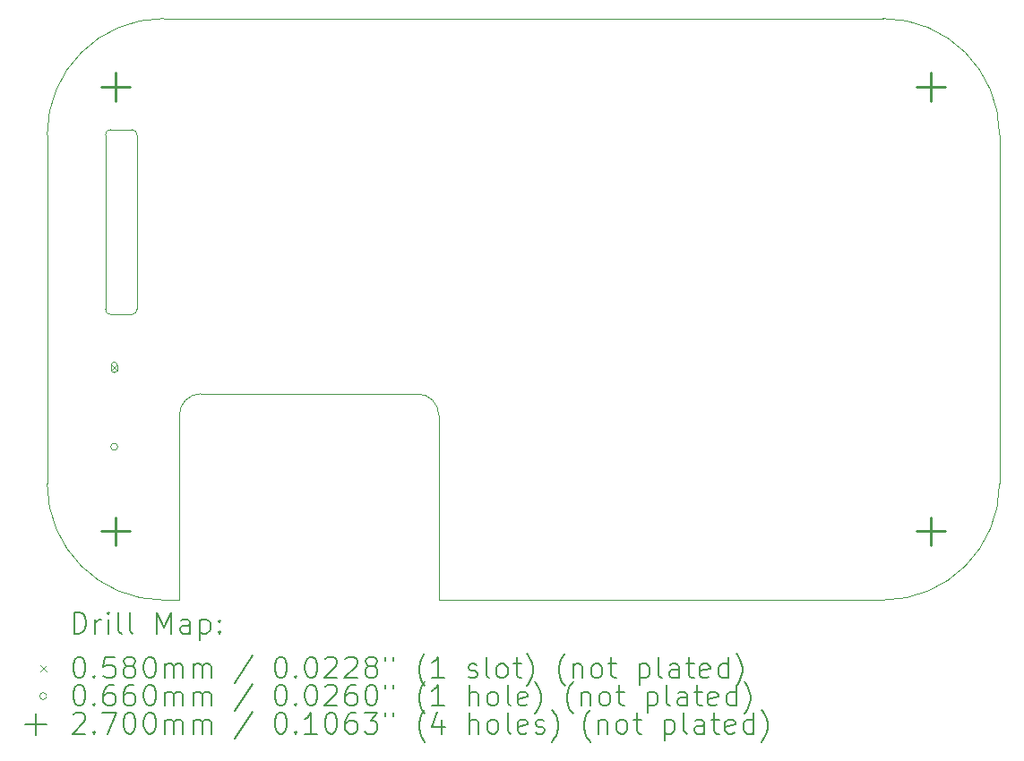
<source format=gbr>
%TF.GenerationSoftware,KiCad,Pcbnew,8.0.6+1*%
%TF.CreationDate,2025-03-13T00:19:28+00:00*%
%TF.ProjectId,gshps,67736870-732e-46b6-9963-61645f706362,D*%
%TF.SameCoordinates,Original*%
%TF.FileFunction,Drillmap*%
%TF.FilePolarity,Positive*%
%FSLAX45Y45*%
G04 Gerber Fmt 4.5, Leading zero omitted, Abs format (unit mm)*
G04 Created by KiCad (PCBNEW 8.0.6+1) date 2025-03-13 00:19:28*
%MOMM*%
%LPD*%
G01*
G04 APERTURE LIST*
%ADD10C,0.100000*%
%ADD11C,0.200000*%
%ADD12C,0.270000*%
G04 APERTURE END LIST*
D10*
X4300000Y-5900000D02*
X6350000Y-5900000D01*
X10750000Y-2350000D02*
G75*
G02*
X11850000Y-3450000I0J-1100000D01*
G01*
X11850000Y-6750000D02*
G75*
G02*
X10750000Y-7850000I-1100000J0D01*
G01*
X3700000Y-5100000D02*
X3700000Y-3450000D01*
X3450000Y-3400000D02*
X3650000Y-3400000D01*
X3950000Y-7850000D02*
G75*
G02*
X2850000Y-6750000I0J1100000D01*
G01*
X4100000Y-7850000D02*
X4100000Y-6100000D01*
X3400000Y-3450000D02*
X3400000Y-5100000D01*
X3450000Y-5150000D02*
X3650000Y-5150000D01*
X3650000Y-3400000D02*
G75*
G02*
X3700000Y-3450000I0J-50000D01*
G01*
X3700000Y-5100000D02*
G75*
G02*
X3650000Y-5150000I-50000J0D01*
G01*
X4100000Y-6100000D02*
G75*
G02*
X4300000Y-5900000I200000J0D01*
G01*
X10750000Y-7850000D02*
X6550000Y-7850000D01*
X3950000Y-2350000D02*
X10750000Y-2350000D01*
X3400000Y-3450000D02*
G75*
G02*
X3450000Y-3400000I50000J0D01*
G01*
X4100000Y-7850000D02*
X3950000Y-7850000D01*
X3450000Y-5150000D02*
G75*
G02*
X3400000Y-5100000I0J50000D01*
G01*
X2850000Y-6750000D02*
X2850000Y-3450000D01*
X6550000Y-7850000D02*
X6550000Y-6100000D01*
X2850000Y-3450000D02*
G75*
G02*
X3950000Y-2350000I1100000J0D01*
G01*
X6350000Y-5900000D02*
G75*
G02*
X6550000Y-6100000I0J-200000D01*
G01*
X11850000Y-3450000D02*
X11850000Y-6750000D01*
D11*
D10*
X3454500Y-5621000D02*
X3512500Y-5679000D01*
X3512500Y-5621000D02*
X3454500Y-5679000D01*
X3512500Y-5671000D02*
X3512500Y-5629000D01*
X3454500Y-5629000D02*
G75*
G02*
X3512500Y-5629000I29000J0D01*
G01*
X3454500Y-5629000D02*
X3454500Y-5671000D01*
X3454500Y-5671000D02*
G75*
G03*
X3512500Y-5671000I29000J0D01*
G01*
X3516500Y-6400000D02*
G75*
G02*
X3450500Y-6400000I-33000J0D01*
G01*
X3450500Y-6400000D02*
G75*
G02*
X3516500Y-6400000I33000J0D01*
G01*
D12*
X3500000Y-2865000D02*
X3500000Y-3135000D01*
X3365000Y-3000000D02*
X3635000Y-3000000D01*
X3500000Y-7065000D02*
X3500000Y-7335000D01*
X3365000Y-7200000D02*
X3635000Y-7200000D01*
X11200000Y-2865000D02*
X11200000Y-3135000D01*
X11065000Y-3000000D02*
X11335000Y-3000000D01*
X11200000Y-7065000D02*
X11200000Y-7335000D01*
X11065000Y-7200000D02*
X11335000Y-7200000D01*
D11*
X3105777Y-8166484D02*
X3105777Y-7966484D01*
X3105777Y-7966484D02*
X3153396Y-7966484D01*
X3153396Y-7966484D02*
X3181967Y-7976008D01*
X3181967Y-7976008D02*
X3201015Y-7995055D01*
X3201015Y-7995055D02*
X3210539Y-8014103D01*
X3210539Y-8014103D02*
X3220062Y-8052198D01*
X3220062Y-8052198D02*
X3220062Y-8080769D01*
X3220062Y-8080769D02*
X3210539Y-8118865D01*
X3210539Y-8118865D02*
X3201015Y-8137912D01*
X3201015Y-8137912D02*
X3181967Y-8156960D01*
X3181967Y-8156960D02*
X3153396Y-8166484D01*
X3153396Y-8166484D02*
X3105777Y-8166484D01*
X3305777Y-8166484D02*
X3305777Y-8033150D01*
X3305777Y-8071246D02*
X3315301Y-8052198D01*
X3315301Y-8052198D02*
X3324824Y-8042674D01*
X3324824Y-8042674D02*
X3343872Y-8033150D01*
X3343872Y-8033150D02*
X3362920Y-8033150D01*
X3429586Y-8166484D02*
X3429586Y-8033150D01*
X3429586Y-7966484D02*
X3420062Y-7976008D01*
X3420062Y-7976008D02*
X3429586Y-7985531D01*
X3429586Y-7985531D02*
X3439110Y-7976008D01*
X3439110Y-7976008D02*
X3429586Y-7966484D01*
X3429586Y-7966484D02*
X3429586Y-7985531D01*
X3553396Y-8166484D02*
X3534348Y-8156960D01*
X3534348Y-8156960D02*
X3524824Y-8137912D01*
X3524824Y-8137912D02*
X3524824Y-7966484D01*
X3658158Y-8166484D02*
X3639110Y-8156960D01*
X3639110Y-8156960D02*
X3629586Y-8137912D01*
X3629586Y-8137912D02*
X3629586Y-7966484D01*
X3886729Y-8166484D02*
X3886729Y-7966484D01*
X3886729Y-7966484D02*
X3953396Y-8109341D01*
X3953396Y-8109341D02*
X4020062Y-7966484D01*
X4020062Y-7966484D02*
X4020062Y-8166484D01*
X4201015Y-8166484D02*
X4201015Y-8061722D01*
X4201015Y-8061722D02*
X4191491Y-8042674D01*
X4191491Y-8042674D02*
X4172443Y-8033150D01*
X4172443Y-8033150D02*
X4134348Y-8033150D01*
X4134348Y-8033150D02*
X4115301Y-8042674D01*
X4201015Y-8156960D02*
X4181967Y-8166484D01*
X4181967Y-8166484D02*
X4134348Y-8166484D01*
X4134348Y-8166484D02*
X4115301Y-8156960D01*
X4115301Y-8156960D02*
X4105777Y-8137912D01*
X4105777Y-8137912D02*
X4105777Y-8118865D01*
X4105777Y-8118865D02*
X4115301Y-8099817D01*
X4115301Y-8099817D02*
X4134348Y-8090293D01*
X4134348Y-8090293D02*
X4181967Y-8090293D01*
X4181967Y-8090293D02*
X4201015Y-8080769D01*
X4296253Y-8033150D02*
X4296253Y-8233150D01*
X4296253Y-8042674D02*
X4315301Y-8033150D01*
X4315301Y-8033150D02*
X4353396Y-8033150D01*
X4353396Y-8033150D02*
X4372444Y-8042674D01*
X4372444Y-8042674D02*
X4381967Y-8052198D01*
X4381967Y-8052198D02*
X4391491Y-8071246D01*
X4391491Y-8071246D02*
X4391491Y-8128388D01*
X4391491Y-8128388D02*
X4381967Y-8147436D01*
X4381967Y-8147436D02*
X4372444Y-8156960D01*
X4372444Y-8156960D02*
X4353396Y-8166484D01*
X4353396Y-8166484D02*
X4315301Y-8166484D01*
X4315301Y-8166484D02*
X4296253Y-8156960D01*
X4477205Y-8147436D02*
X4486729Y-8156960D01*
X4486729Y-8156960D02*
X4477205Y-8166484D01*
X4477205Y-8166484D02*
X4467682Y-8156960D01*
X4467682Y-8156960D02*
X4477205Y-8147436D01*
X4477205Y-8147436D02*
X4477205Y-8166484D01*
X4477205Y-8042674D02*
X4486729Y-8052198D01*
X4486729Y-8052198D02*
X4477205Y-8061722D01*
X4477205Y-8061722D02*
X4467682Y-8052198D01*
X4467682Y-8052198D02*
X4477205Y-8042674D01*
X4477205Y-8042674D02*
X4477205Y-8061722D01*
D10*
X2787000Y-8466000D02*
X2845000Y-8524000D01*
X2845000Y-8466000D02*
X2787000Y-8524000D01*
D11*
X3143872Y-8386484D02*
X3162920Y-8386484D01*
X3162920Y-8386484D02*
X3181967Y-8396008D01*
X3181967Y-8396008D02*
X3191491Y-8405531D01*
X3191491Y-8405531D02*
X3201015Y-8424579D01*
X3201015Y-8424579D02*
X3210539Y-8462674D01*
X3210539Y-8462674D02*
X3210539Y-8510293D01*
X3210539Y-8510293D02*
X3201015Y-8548389D01*
X3201015Y-8548389D02*
X3191491Y-8567436D01*
X3191491Y-8567436D02*
X3181967Y-8576960D01*
X3181967Y-8576960D02*
X3162920Y-8586484D01*
X3162920Y-8586484D02*
X3143872Y-8586484D01*
X3143872Y-8586484D02*
X3124824Y-8576960D01*
X3124824Y-8576960D02*
X3115301Y-8567436D01*
X3115301Y-8567436D02*
X3105777Y-8548389D01*
X3105777Y-8548389D02*
X3096253Y-8510293D01*
X3096253Y-8510293D02*
X3096253Y-8462674D01*
X3096253Y-8462674D02*
X3105777Y-8424579D01*
X3105777Y-8424579D02*
X3115301Y-8405531D01*
X3115301Y-8405531D02*
X3124824Y-8396008D01*
X3124824Y-8396008D02*
X3143872Y-8386484D01*
X3296253Y-8567436D02*
X3305777Y-8576960D01*
X3305777Y-8576960D02*
X3296253Y-8586484D01*
X3296253Y-8586484D02*
X3286729Y-8576960D01*
X3286729Y-8576960D02*
X3296253Y-8567436D01*
X3296253Y-8567436D02*
X3296253Y-8586484D01*
X3486729Y-8386484D02*
X3391491Y-8386484D01*
X3391491Y-8386484D02*
X3381967Y-8481722D01*
X3381967Y-8481722D02*
X3391491Y-8472198D01*
X3391491Y-8472198D02*
X3410539Y-8462674D01*
X3410539Y-8462674D02*
X3458158Y-8462674D01*
X3458158Y-8462674D02*
X3477205Y-8472198D01*
X3477205Y-8472198D02*
X3486729Y-8481722D01*
X3486729Y-8481722D02*
X3496253Y-8500770D01*
X3496253Y-8500770D02*
X3496253Y-8548389D01*
X3496253Y-8548389D02*
X3486729Y-8567436D01*
X3486729Y-8567436D02*
X3477205Y-8576960D01*
X3477205Y-8576960D02*
X3458158Y-8586484D01*
X3458158Y-8586484D02*
X3410539Y-8586484D01*
X3410539Y-8586484D02*
X3391491Y-8576960D01*
X3391491Y-8576960D02*
X3381967Y-8567436D01*
X3610539Y-8472198D02*
X3591491Y-8462674D01*
X3591491Y-8462674D02*
X3581967Y-8453150D01*
X3581967Y-8453150D02*
X3572443Y-8434103D01*
X3572443Y-8434103D02*
X3572443Y-8424579D01*
X3572443Y-8424579D02*
X3581967Y-8405531D01*
X3581967Y-8405531D02*
X3591491Y-8396008D01*
X3591491Y-8396008D02*
X3610539Y-8386484D01*
X3610539Y-8386484D02*
X3648634Y-8386484D01*
X3648634Y-8386484D02*
X3667682Y-8396008D01*
X3667682Y-8396008D02*
X3677205Y-8405531D01*
X3677205Y-8405531D02*
X3686729Y-8424579D01*
X3686729Y-8424579D02*
X3686729Y-8434103D01*
X3686729Y-8434103D02*
X3677205Y-8453150D01*
X3677205Y-8453150D02*
X3667682Y-8462674D01*
X3667682Y-8462674D02*
X3648634Y-8472198D01*
X3648634Y-8472198D02*
X3610539Y-8472198D01*
X3610539Y-8472198D02*
X3591491Y-8481722D01*
X3591491Y-8481722D02*
X3581967Y-8491246D01*
X3581967Y-8491246D02*
X3572443Y-8510293D01*
X3572443Y-8510293D02*
X3572443Y-8548389D01*
X3572443Y-8548389D02*
X3581967Y-8567436D01*
X3581967Y-8567436D02*
X3591491Y-8576960D01*
X3591491Y-8576960D02*
X3610539Y-8586484D01*
X3610539Y-8586484D02*
X3648634Y-8586484D01*
X3648634Y-8586484D02*
X3667682Y-8576960D01*
X3667682Y-8576960D02*
X3677205Y-8567436D01*
X3677205Y-8567436D02*
X3686729Y-8548389D01*
X3686729Y-8548389D02*
X3686729Y-8510293D01*
X3686729Y-8510293D02*
X3677205Y-8491246D01*
X3677205Y-8491246D02*
X3667682Y-8481722D01*
X3667682Y-8481722D02*
X3648634Y-8472198D01*
X3810539Y-8386484D02*
X3829586Y-8386484D01*
X3829586Y-8386484D02*
X3848634Y-8396008D01*
X3848634Y-8396008D02*
X3858158Y-8405531D01*
X3858158Y-8405531D02*
X3867682Y-8424579D01*
X3867682Y-8424579D02*
X3877205Y-8462674D01*
X3877205Y-8462674D02*
X3877205Y-8510293D01*
X3877205Y-8510293D02*
X3867682Y-8548389D01*
X3867682Y-8548389D02*
X3858158Y-8567436D01*
X3858158Y-8567436D02*
X3848634Y-8576960D01*
X3848634Y-8576960D02*
X3829586Y-8586484D01*
X3829586Y-8586484D02*
X3810539Y-8586484D01*
X3810539Y-8586484D02*
X3791491Y-8576960D01*
X3791491Y-8576960D02*
X3781967Y-8567436D01*
X3781967Y-8567436D02*
X3772443Y-8548389D01*
X3772443Y-8548389D02*
X3762920Y-8510293D01*
X3762920Y-8510293D02*
X3762920Y-8462674D01*
X3762920Y-8462674D02*
X3772443Y-8424579D01*
X3772443Y-8424579D02*
X3781967Y-8405531D01*
X3781967Y-8405531D02*
X3791491Y-8396008D01*
X3791491Y-8396008D02*
X3810539Y-8386484D01*
X3962920Y-8586484D02*
X3962920Y-8453150D01*
X3962920Y-8472198D02*
X3972443Y-8462674D01*
X3972443Y-8462674D02*
X3991491Y-8453150D01*
X3991491Y-8453150D02*
X4020063Y-8453150D01*
X4020063Y-8453150D02*
X4039110Y-8462674D01*
X4039110Y-8462674D02*
X4048634Y-8481722D01*
X4048634Y-8481722D02*
X4048634Y-8586484D01*
X4048634Y-8481722D02*
X4058158Y-8462674D01*
X4058158Y-8462674D02*
X4077205Y-8453150D01*
X4077205Y-8453150D02*
X4105777Y-8453150D01*
X4105777Y-8453150D02*
X4124824Y-8462674D01*
X4124824Y-8462674D02*
X4134348Y-8481722D01*
X4134348Y-8481722D02*
X4134348Y-8586484D01*
X4229586Y-8586484D02*
X4229586Y-8453150D01*
X4229586Y-8472198D02*
X4239110Y-8462674D01*
X4239110Y-8462674D02*
X4258158Y-8453150D01*
X4258158Y-8453150D02*
X4286729Y-8453150D01*
X4286729Y-8453150D02*
X4305777Y-8462674D01*
X4305777Y-8462674D02*
X4315301Y-8481722D01*
X4315301Y-8481722D02*
X4315301Y-8586484D01*
X4315301Y-8481722D02*
X4324825Y-8462674D01*
X4324825Y-8462674D02*
X4343872Y-8453150D01*
X4343872Y-8453150D02*
X4372444Y-8453150D01*
X4372444Y-8453150D02*
X4391491Y-8462674D01*
X4391491Y-8462674D02*
X4401015Y-8481722D01*
X4401015Y-8481722D02*
X4401015Y-8586484D01*
X4791491Y-8376960D02*
X4620063Y-8634103D01*
X5048634Y-8386484D02*
X5067682Y-8386484D01*
X5067682Y-8386484D02*
X5086729Y-8396008D01*
X5086729Y-8396008D02*
X5096253Y-8405531D01*
X5096253Y-8405531D02*
X5105777Y-8424579D01*
X5105777Y-8424579D02*
X5115301Y-8462674D01*
X5115301Y-8462674D02*
X5115301Y-8510293D01*
X5115301Y-8510293D02*
X5105777Y-8548389D01*
X5105777Y-8548389D02*
X5096253Y-8567436D01*
X5096253Y-8567436D02*
X5086729Y-8576960D01*
X5086729Y-8576960D02*
X5067682Y-8586484D01*
X5067682Y-8586484D02*
X5048634Y-8586484D01*
X5048634Y-8586484D02*
X5029587Y-8576960D01*
X5029587Y-8576960D02*
X5020063Y-8567436D01*
X5020063Y-8567436D02*
X5010539Y-8548389D01*
X5010539Y-8548389D02*
X5001015Y-8510293D01*
X5001015Y-8510293D02*
X5001015Y-8462674D01*
X5001015Y-8462674D02*
X5010539Y-8424579D01*
X5010539Y-8424579D02*
X5020063Y-8405531D01*
X5020063Y-8405531D02*
X5029587Y-8396008D01*
X5029587Y-8396008D02*
X5048634Y-8386484D01*
X5201015Y-8567436D02*
X5210539Y-8576960D01*
X5210539Y-8576960D02*
X5201015Y-8586484D01*
X5201015Y-8586484D02*
X5191491Y-8576960D01*
X5191491Y-8576960D02*
X5201015Y-8567436D01*
X5201015Y-8567436D02*
X5201015Y-8586484D01*
X5334348Y-8386484D02*
X5353396Y-8386484D01*
X5353396Y-8386484D02*
X5372444Y-8396008D01*
X5372444Y-8396008D02*
X5381968Y-8405531D01*
X5381968Y-8405531D02*
X5391491Y-8424579D01*
X5391491Y-8424579D02*
X5401015Y-8462674D01*
X5401015Y-8462674D02*
X5401015Y-8510293D01*
X5401015Y-8510293D02*
X5391491Y-8548389D01*
X5391491Y-8548389D02*
X5381968Y-8567436D01*
X5381968Y-8567436D02*
X5372444Y-8576960D01*
X5372444Y-8576960D02*
X5353396Y-8586484D01*
X5353396Y-8586484D02*
X5334348Y-8586484D01*
X5334348Y-8586484D02*
X5315301Y-8576960D01*
X5315301Y-8576960D02*
X5305777Y-8567436D01*
X5305777Y-8567436D02*
X5296253Y-8548389D01*
X5296253Y-8548389D02*
X5286729Y-8510293D01*
X5286729Y-8510293D02*
X5286729Y-8462674D01*
X5286729Y-8462674D02*
X5296253Y-8424579D01*
X5296253Y-8424579D02*
X5305777Y-8405531D01*
X5305777Y-8405531D02*
X5315301Y-8396008D01*
X5315301Y-8396008D02*
X5334348Y-8386484D01*
X5477206Y-8405531D02*
X5486729Y-8396008D01*
X5486729Y-8396008D02*
X5505777Y-8386484D01*
X5505777Y-8386484D02*
X5553396Y-8386484D01*
X5553396Y-8386484D02*
X5572444Y-8396008D01*
X5572444Y-8396008D02*
X5581968Y-8405531D01*
X5581968Y-8405531D02*
X5591491Y-8424579D01*
X5591491Y-8424579D02*
X5591491Y-8443627D01*
X5591491Y-8443627D02*
X5581968Y-8472198D01*
X5581968Y-8472198D02*
X5467682Y-8586484D01*
X5467682Y-8586484D02*
X5591491Y-8586484D01*
X5667682Y-8405531D02*
X5677206Y-8396008D01*
X5677206Y-8396008D02*
X5696253Y-8386484D01*
X5696253Y-8386484D02*
X5743872Y-8386484D01*
X5743872Y-8386484D02*
X5762920Y-8396008D01*
X5762920Y-8396008D02*
X5772444Y-8405531D01*
X5772444Y-8405531D02*
X5781967Y-8424579D01*
X5781967Y-8424579D02*
X5781967Y-8443627D01*
X5781967Y-8443627D02*
X5772444Y-8472198D01*
X5772444Y-8472198D02*
X5658158Y-8586484D01*
X5658158Y-8586484D02*
X5781967Y-8586484D01*
X5896253Y-8472198D02*
X5877206Y-8462674D01*
X5877206Y-8462674D02*
X5867682Y-8453150D01*
X5867682Y-8453150D02*
X5858158Y-8434103D01*
X5858158Y-8434103D02*
X5858158Y-8424579D01*
X5858158Y-8424579D02*
X5867682Y-8405531D01*
X5867682Y-8405531D02*
X5877206Y-8396008D01*
X5877206Y-8396008D02*
X5896253Y-8386484D01*
X5896253Y-8386484D02*
X5934348Y-8386484D01*
X5934348Y-8386484D02*
X5953396Y-8396008D01*
X5953396Y-8396008D02*
X5962920Y-8405531D01*
X5962920Y-8405531D02*
X5972444Y-8424579D01*
X5972444Y-8424579D02*
X5972444Y-8434103D01*
X5972444Y-8434103D02*
X5962920Y-8453150D01*
X5962920Y-8453150D02*
X5953396Y-8462674D01*
X5953396Y-8462674D02*
X5934348Y-8472198D01*
X5934348Y-8472198D02*
X5896253Y-8472198D01*
X5896253Y-8472198D02*
X5877206Y-8481722D01*
X5877206Y-8481722D02*
X5867682Y-8491246D01*
X5867682Y-8491246D02*
X5858158Y-8510293D01*
X5858158Y-8510293D02*
X5858158Y-8548389D01*
X5858158Y-8548389D02*
X5867682Y-8567436D01*
X5867682Y-8567436D02*
X5877206Y-8576960D01*
X5877206Y-8576960D02*
X5896253Y-8586484D01*
X5896253Y-8586484D02*
X5934348Y-8586484D01*
X5934348Y-8586484D02*
X5953396Y-8576960D01*
X5953396Y-8576960D02*
X5962920Y-8567436D01*
X5962920Y-8567436D02*
X5972444Y-8548389D01*
X5972444Y-8548389D02*
X5972444Y-8510293D01*
X5972444Y-8510293D02*
X5962920Y-8491246D01*
X5962920Y-8491246D02*
X5953396Y-8481722D01*
X5953396Y-8481722D02*
X5934348Y-8472198D01*
X6048634Y-8386484D02*
X6048634Y-8424579D01*
X6124825Y-8386484D02*
X6124825Y-8424579D01*
X6420063Y-8662674D02*
X6410539Y-8653150D01*
X6410539Y-8653150D02*
X6391491Y-8624579D01*
X6391491Y-8624579D02*
X6381968Y-8605531D01*
X6381968Y-8605531D02*
X6372444Y-8576960D01*
X6372444Y-8576960D02*
X6362920Y-8529341D01*
X6362920Y-8529341D02*
X6362920Y-8491246D01*
X6362920Y-8491246D02*
X6372444Y-8443627D01*
X6372444Y-8443627D02*
X6381968Y-8415055D01*
X6381968Y-8415055D02*
X6391491Y-8396008D01*
X6391491Y-8396008D02*
X6410539Y-8367436D01*
X6410539Y-8367436D02*
X6420063Y-8357912D01*
X6601015Y-8586484D02*
X6486729Y-8586484D01*
X6543872Y-8586484D02*
X6543872Y-8386484D01*
X6543872Y-8386484D02*
X6524825Y-8415055D01*
X6524825Y-8415055D02*
X6505777Y-8434103D01*
X6505777Y-8434103D02*
X6486729Y-8443627D01*
X6829587Y-8576960D02*
X6848634Y-8586484D01*
X6848634Y-8586484D02*
X6886729Y-8586484D01*
X6886729Y-8586484D02*
X6905777Y-8576960D01*
X6905777Y-8576960D02*
X6915301Y-8557912D01*
X6915301Y-8557912D02*
X6915301Y-8548389D01*
X6915301Y-8548389D02*
X6905777Y-8529341D01*
X6905777Y-8529341D02*
X6886729Y-8519817D01*
X6886729Y-8519817D02*
X6858158Y-8519817D01*
X6858158Y-8519817D02*
X6839110Y-8510293D01*
X6839110Y-8510293D02*
X6829587Y-8491246D01*
X6829587Y-8491246D02*
X6829587Y-8481722D01*
X6829587Y-8481722D02*
X6839110Y-8462674D01*
X6839110Y-8462674D02*
X6858158Y-8453150D01*
X6858158Y-8453150D02*
X6886729Y-8453150D01*
X6886729Y-8453150D02*
X6905777Y-8462674D01*
X7029587Y-8586484D02*
X7010539Y-8576960D01*
X7010539Y-8576960D02*
X7001015Y-8557912D01*
X7001015Y-8557912D02*
X7001015Y-8386484D01*
X7134349Y-8586484D02*
X7115301Y-8576960D01*
X7115301Y-8576960D02*
X7105777Y-8567436D01*
X7105777Y-8567436D02*
X7096253Y-8548389D01*
X7096253Y-8548389D02*
X7096253Y-8491246D01*
X7096253Y-8491246D02*
X7105777Y-8472198D01*
X7105777Y-8472198D02*
X7115301Y-8462674D01*
X7115301Y-8462674D02*
X7134349Y-8453150D01*
X7134349Y-8453150D02*
X7162920Y-8453150D01*
X7162920Y-8453150D02*
X7181968Y-8462674D01*
X7181968Y-8462674D02*
X7191491Y-8472198D01*
X7191491Y-8472198D02*
X7201015Y-8491246D01*
X7201015Y-8491246D02*
X7201015Y-8548389D01*
X7201015Y-8548389D02*
X7191491Y-8567436D01*
X7191491Y-8567436D02*
X7181968Y-8576960D01*
X7181968Y-8576960D02*
X7162920Y-8586484D01*
X7162920Y-8586484D02*
X7134349Y-8586484D01*
X7258158Y-8453150D02*
X7334349Y-8453150D01*
X7286730Y-8386484D02*
X7286730Y-8557912D01*
X7286730Y-8557912D02*
X7296253Y-8576960D01*
X7296253Y-8576960D02*
X7315301Y-8586484D01*
X7315301Y-8586484D02*
X7334349Y-8586484D01*
X7381968Y-8662674D02*
X7391491Y-8653150D01*
X7391491Y-8653150D02*
X7410539Y-8624579D01*
X7410539Y-8624579D02*
X7420063Y-8605531D01*
X7420063Y-8605531D02*
X7429587Y-8576960D01*
X7429587Y-8576960D02*
X7439110Y-8529341D01*
X7439110Y-8529341D02*
X7439110Y-8491246D01*
X7439110Y-8491246D02*
X7429587Y-8443627D01*
X7429587Y-8443627D02*
X7420063Y-8415055D01*
X7420063Y-8415055D02*
X7410539Y-8396008D01*
X7410539Y-8396008D02*
X7391491Y-8367436D01*
X7391491Y-8367436D02*
X7381968Y-8357912D01*
X7743872Y-8662674D02*
X7734349Y-8653150D01*
X7734349Y-8653150D02*
X7715301Y-8624579D01*
X7715301Y-8624579D02*
X7705777Y-8605531D01*
X7705777Y-8605531D02*
X7696253Y-8576960D01*
X7696253Y-8576960D02*
X7686730Y-8529341D01*
X7686730Y-8529341D02*
X7686730Y-8491246D01*
X7686730Y-8491246D02*
X7696253Y-8443627D01*
X7696253Y-8443627D02*
X7705777Y-8415055D01*
X7705777Y-8415055D02*
X7715301Y-8396008D01*
X7715301Y-8396008D02*
X7734349Y-8367436D01*
X7734349Y-8367436D02*
X7743872Y-8357912D01*
X7820063Y-8453150D02*
X7820063Y-8586484D01*
X7820063Y-8472198D02*
X7829587Y-8462674D01*
X7829587Y-8462674D02*
X7848634Y-8453150D01*
X7848634Y-8453150D02*
X7877206Y-8453150D01*
X7877206Y-8453150D02*
X7896253Y-8462674D01*
X7896253Y-8462674D02*
X7905777Y-8481722D01*
X7905777Y-8481722D02*
X7905777Y-8586484D01*
X8029587Y-8586484D02*
X8010539Y-8576960D01*
X8010539Y-8576960D02*
X8001015Y-8567436D01*
X8001015Y-8567436D02*
X7991491Y-8548389D01*
X7991491Y-8548389D02*
X7991491Y-8491246D01*
X7991491Y-8491246D02*
X8001015Y-8472198D01*
X8001015Y-8472198D02*
X8010539Y-8462674D01*
X8010539Y-8462674D02*
X8029587Y-8453150D01*
X8029587Y-8453150D02*
X8058158Y-8453150D01*
X8058158Y-8453150D02*
X8077206Y-8462674D01*
X8077206Y-8462674D02*
X8086730Y-8472198D01*
X8086730Y-8472198D02*
X8096253Y-8491246D01*
X8096253Y-8491246D02*
X8096253Y-8548389D01*
X8096253Y-8548389D02*
X8086730Y-8567436D01*
X8086730Y-8567436D02*
X8077206Y-8576960D01*
X8077206Y-8576960D02*
X8058158Y-8586484D01*
X8058158Y-8586484D02*
X8029587Y-8586484D01*
X8153396Y-8453150D02*
X8229587Y-8453150D01*
X8181968Y-8386484D02*
X8181968Y-8557912D01*
X8181968Y-8557912D02*
X8191491Y-8576960D01*
X8191491Y-8576960D02*
X8210539Y-8586484D01*
X8210539Y-8586484D02*
X8229587Y-8586484D01*
X8448634Y-8453150D02*
X8448634Y-8653150D01*
X8448634Y-8462674D02*
X8467682Y-8453150D01*
X8467682Y-8453150D02*
X8505777Y-8453150D01*
X8505777Y-8453150D02*
X8524825Y-8462674D01*
X8524825Y-8462674D02*
X8534349Y-8472198D01*
X8534349Y-8472198D02*
X8543873Y-8491246D01*
X8543873Y-8491246D02*
X8543873Y-8548389D01*
X8543873Y-8548389D02*
X8534349Y-8567436D01*
X8534349Y-8567436D02*
X8524825Y-8576960D01*
X8524825Y-8576960D02*
X8505777Y-8586484D01*
X8505777Y-8586484D02*
X8467682Y-8586484D01*
X8467682Y-8586484D02*
X8448634Y-8576960D01*
X8658158Y-8586484D02*
X8639111Y-8576960D01*
X8639111Y-8576960D02*
X8629587Y-8557912D01*
X8629587Y-8557912D02*
X8629587Y-8386484D01*
X8820063Y-8586484D02*
X8820063Y-8481722D01*
X8820063Y-8481722D02*
X8810539Y-8462674D01*
X8810539Y-8462674D02*
X8791492Y-8453150D01*
X8791492Y-8453150D02*
X8753396Y-8453150D01*
X8753396Y-8453150D02*
X8734349Y-8462674D01*
X8820063Y-8576960D02*
X8801015Y-8586484D01*
X8801015Y-8586484D02*
X8753396Y-8586484D01*
X8753396Y-8586484D02*
X8734349Y-8576960D01*
X8734349Y-8576960D02*
X8724825Y-8557912D01*
X8724825Y-8557912D02*
X8724825Y-8538865D01*
X8724825Y-8538865D02*
X8734349Y-8519817D01*
X8734349Y-8519817D02*
X8753396Y-8510293D01*
X8753396Y-8510293D02*
X8801015Y-8510293D01*
X8801015Y-8510293D02*
X8820063Y-8500770D01*
X8886730Y-8453150D02*
X8962920Y-8453150D01*
X8915301Y-8386484D02*
X8915301Y-8557912D01*
X8915301Y-8557912D02*
X8924825Y-8576960D01*
X8924825Y-8576960D02*
X8943873Y-8586484D01*
X8943873Y-8586484D02*
X8962920Y-8586484D01*
X9105777Y-8576960D02*
X9086730Y-8586484D01*
X9086730Y-8586484D02*
X9048634Y-8586484D01*
X9048634Y-8586484D02*
X9029587Y-8576960D01*
X9029587Y-8576960D02*
X9020063Y-8557912D01*
X9020063Y-8557912D02*
X9020063Y-8481722D01*
X9020063Y-8481722D02*
X9029587Y-8462674D01*
X9029587Y-8462674D02*
X9048634Y-8453150D01*
X9048634Y-8453150D02*
X9086730Y-8453150D01*
X9086730Y-8453150D02*
X9105777Y-8462674D01*
X9105777Y-8462674D02*
X9115301Y-8481722D01*
X9115301Y-8481722D02*
X9115301Y-8500770D01*
X9115301Y-8500770D02*
X9020063Y-8519817D01*
X9286730Y-8586484D02*
X9286730Y-8386484D01*
X9286730Y-8576960D02*
X9267682Y-8586484D01*
X9267682Y-8586484D02*
X9229587Y-8586484D01*
X9229587Y-8586484D02*
X9210539Y-8576960D01*
X9210539Y-8576960D02*
X9201015Y-8567436D01*
X9201015Y-8567436D02*
X9191492Y-8548389D01*
X9191492Y-8548389D02*
X9191492Y-8491246D01*
X9191492Y-8491246D02*
X9201015Y-8472198D01*
X9201015Y-8472198D02*
X9210539Y-8462674D01*
X9210539Y-8462674D02*
X9229587Y-8453150D01*
X9229587Y-8453150D02*
X9267682Y-8453150D01*
X9267682Y-8453150D02*
X9286730Y-8462674D01*
X9362920Y-8662674D02*
X9372444Y-8653150D01*
X9372444Y-8653150D02*
X9391492Y-8624579D01*
X9391492Y-8624579D02*
X9401015Y-8605531D01*
X9401015Y-8605531D02*
X9410539Y-8576960D01*
X9410539Y-8576960D02*
X9420063Y-8529341D01*
X9420063Y-8529341D02*
X9420063Y-8491246D01*
X9420063Y-8491246D02*
X9410539Y-8443627D01*
X9410539Y-8443627D02*
X9401015Y-8415055D01*
X9401015Y-8415055D02*
X9391492Y-8396008D01*
X9391492Y-8396008D02*
X9372444Y-8367436D01*
X9372444Y-8367436D02*
X9362920Y-8357912D01*
D10*
X2845000Y-8759000D02*
G75*
G02*
X2779000Y-8759000I-33000J0D01*
G01*
X2779000Y-8759000D02*
G75*
G02*
X2845000Y-8759000I33000J0D01*
G01*
D11*
X3143872Y-8650484D02*
X3162920Y-8650484D01*
X3162920Y-8650484D02*
X3181967Y-8660008D01*
X3181967Y-8660008D02*
X3191491Y-8669531D01*
X3191491Y-8669531D02*
X3201015Y-8688579D01*
X3201015Y-8688579D02*
X3210539Y-8726674D01*
X3210539Y-8726674D02*
X3210539Y-8774293D01*
X3210539Y-8774293D02*
X3201015Y-8812389D01*
X3201015Y-8812389D02*
X3191491Y-8831436D01*
X3191491Y-8831436D02*
X3181967Y-8840960D01*
X3181967Y-8840960D02*
X3162920Y-8850484D01*
X3162920Y-8850484D02*
X3143872Y-8850484D01*
X3143872Y-8850484D02*
X3124824Y-8840960D01*
X3124824Y-8840960D02*
X3115301Y-8831436D01*
X3115301Y-8831436D02*
X3105777Y-8812389D01*
X3105777Y-8812389D02*
X3096253Y-8774293D01*
X3096253Y-8774293D02*
X3096253Y-8726674D01*
X3096253Y-8726674D02*
X3105777Y-8688579D01*
X3105777Y-8688579D02*
X3115301Y-8669531D01*
X3115301Y-8669531D02*
X3124824Y-8660008D01*
X3124824Y-8660008D02*
X3143872Y-8650484D01*
X3296253Y-8831436D02*
X3305777Y-8840960D01*
X3305777Y-8840960D02*
X3296253Y-8850484D01*
X3296253Y-8850484D02*
X3286729Y-8840960D01*
X3286729Y-8840960D02*
X3296253Y-8831436D01*
X3296253Y-8831436D02*
X3296253Y-8850484D01*
X3477205Y-8650484D02*
X3439110Y-8650484D01*
X3439110Y-8650484D02*
X3420062Y-8660008D01*
X3420062Y-8660008D02*
X3410539Y-8669531D01*
X3410539Y-8669531D02*
X3391491Y-8698103D01*
X3391491Y-8698103D02*
X3381967Y-8736198D01*
X3381967Y-8736198D02*
X3381967Y-8812389D01*
X3381967Y-8812389D02*
X3391491Y-8831436D01*
X3391491Y-8831436D02*
X3401015Y-8840960D01*
X3401015Y-8840960D02*
X3420062Y-8850484D01*
X3420062Y-8850484D02*
X3458158Y-8850484D01*
X3458158Y-8850484D02*
X3477205Y-8840960D01*
X3477205Y-8840960D02*
X3486729Y-8831436D01*
X3486729Y-8831436D02*
X3496253Y-8812389D01*
X3496253Y-8812389D02*
X3496253Y-8764770D01*
X3496253Y-8764770D02*
X3486729Y-8745722D01*
X3486729Y-8745722D02*
X3477205Y-8736198D01*
X3477205Y-8736198D02*
X3458158Y-8726674D01*
X3458158Y-8726674D02*
X3420062Y-8726674D01*
X3420062Y-8726674D02*
X3401015Y-8736198D01*
X3401015Y-8736198D02*
X3391491Y-8745722D01*
X3391491Y-8745722D02*
X3381967Y-8764770D01*
X3667682Y-8650484D02*
X3629586Y-8650484D01*
X3629586Y-8650484D02*
X3610539Y-8660008D01*
X3610539Y-8660008D02*
X3601015Y-8669531D01*
X3601015Y-8669531D02*
X3581967Y-8698103D01*
X3581967Y-8698103D02*
X3572443Y-8736198D01*
X3572443Y-8736198D02*
X3572443Y-8812389D01*
X3572443Y-8812389D02*
X3581967Y-8831436D01*
X3581967Y-8831436D02*
X3591491Y-8840960D01*
X3591491Y-8840960D02*
X3610539Y-8850484D01*
X3610539Y-8850484D02*
X3648634Y-8850484D01*
X3648634Y-8850484D02*
X3667682Y-8840960D01*
X3667682Y-8840960D02*
X3677205Y-8831436D01*
X3677205Y-8831436D02*
X3686729Y-8812389D01*
X3686729Y-8812389D02*
X3686729Y-8764770D01*
X3686729Y-8764770D02*
X3677205Y-8745722D01*
X3677205Y-8745722D02*
X3667682Y-8736198D01*
X3667682Y-8736198D02*
X3648634Y-8726674D01*
X3648634Y-8726674D02*
X3610539Y-8726674D01*
X3610539Y-8726674D02*
X3591491Y-8736198D01*
X3591491Y-8736198D02*
X3581967Y-8745722D01*
X3581967Y-8745722D02*
X3572443Y-8764770D01*
X3810539Y-8650484D02*
X3829586Y-8650484D01*
X3829586Y-8650484D02*
X3848634Y-8660008D01*
X3848634Y-8660008D02*
X3858158Y-8669531D01*
X3858158Y-8669531D02*
X3867682Y-8688579D01*
X3867682Y-8688579D02*
X3877205Y-8726674D01*
X3877205Y-8726674D02*
X3877205Y-8774293D01*
X3877205Y-8774293D02*
X3867682Y-8812389D01*
X3867682Y-8812389D02*
X3858158Y-8831436D01*
X3858158Y-8831436D02*
X3848634Y-8840960D01*
X3848634Y-8840960D02*
X3829586Y-8850484D01*
X3829586Y-8850484D02*
X3810539Y-8850484D01*
X3810539Y-8850484D02*
X3791491Y-8840960D01*
X3791491Y-8840960D02*
X3781967Y-8831436D01*
X3781967Y-8831436D02*
X3772443Y-8812389D01*
X3772443Y-8812389D02*
X3762920Y-8774293D01*
X3762920Y-8774293D02*
X3762920Y-8726674D01*
X3762920Y-8726674D02*
X3772443Y-8688579D01*
X3772443Y-8688579D02*
X3781967Y-8669531D01*
X3781967Y-8669531D02*
X3791491Y-8660008D01*
X3791491Y-8660008D02*
X3810539Y-8650484D01*
X3962920Y-8850484D02*
X3962920Y-8717150D01*
X3962920Y-8736198D02*
X3972443Y-8726674D01*
X3972443Y-8726674D02*
X3991491Y-8717150D01*
X3991491Y-8717150D02*
X4020063Y-8717150D01*
X4020063Y-8717150D02*
X4039110Y-8726674D01*
X4039110Y-8726674D02*
X4048634Y-8745722D01*
X4048634Y-8745722D02*
X4048634Y-8850484D01*
X4048634Y-8745722D02*
X4058158Y-8726674D01*
X4058158Y-8726674D02*
X4077205Y-8717150D01*
X4077205Y-8717150D02*
X4105777Y-8717150D01*
X4105777Y-8717150D02*
X4124824Y-8726674D01*
X4124824Y-8726674D02*
X4134348Y-8745722D01*
X4134348Y-8745722D02*
X4134348Y-8850484D01*
X4229586Y-8850484D02*
X4229586Y-8717150D01*
X4229586Y-8736198D02*
X4239110Y-8726674D01*
X4239110Y-8726674D02*
X4258158Y-8717150D01*
X4258158Y-8717150D02*
X4286729Y-8717150D01*
X4286729Y-8717150D02*
X4305777Y-8726674D01*
X4305777Y-8726674D02*
X4315301Y-8745722D01*
X4315301Y-8745722D02*
X4315301Y-8850484D01*
X4315301Y-8745722D02*
X4324825Y-8726674D01*
X4324825Y-8726674D02*
X4343872Y-8717150D01*
X4343872Y-8717150D02*
X4372444Y-8717150D01*
X4372444Y-8717150D02*
X4391491Y-8726674D01*
X4391491Y-8726674D02*
X4401015Y-8745722D01*
X4401015Y-8745722D02*
X4401015Y-8850484D01*
X4791491Y-8640960D02*
X4620063Y-8898103D01*
X5048634Y-8650484D02*
X5067682Y-8650484D01*
X5067682Y-8650484D02*
X5086729Y-8660008D01*
X5086729Y-8660008D02*
X5096253Y-8669531D01*
X5096253Y-8669531D02*
X5105777Y-8688579D01*
X5105777Y-8688579D02*
X5115301Y-8726674D01*
X5115301Y-8726674D02*
X5115301Y-8774293D01*
X5115301Y-8774293D02*
X5105777Y-8812389D01*
X5105777Y-8812389D02*
X5096253Y-8831436D01*
X5096253Y-8831436D02*
X5086729Y-8840960D01*
X5086729Y-8840960D02*
X5067682Y-8850484D01*
X5067682Y-8850484D02*
X5048634Y-8850484D01*
X5048634Y-8850484D02*
X5029587Y-8840960D01*
X5029587Y-8840960D02*
X5020063Y-8831436D01*
X5020063Y-8831436D02*
X5010539Y-8812389D01*
X5010539Y-8812389D02*
X5001015Y-8774293D01*
X5001015Y-8774293D02*
X5001015Y-8726674D01*
X5001015Y-8726674D02*
X5010539Y-8688579D01*
X5010539Y-8688579D02*
X5020063Y-8669531D01*
X5020063Y-8669531D02*
X5029587Y-8660008D01*
X5029587Y-8660008D02*
X5048634Y-8650484D01*
X5201015Y-8831436D02*
X5210539Y-8840960D01*
X5210539Y-8840960D02*
X5201015Y-8850484D01*
X5201015Y-8850484D02*
X5191491Y-8840960D01*
X5191491Y-8840960D02*
X5201015Y-8831436D01*
X5201015Y-8831436D02*
X5201015Y-8850484D01*
X5334348Y-8650484D02*
X5353396Y-8650484D01*
X5353396Y-8650484D02*
X5372444Y-8660008D01*
X5372444Y-8660008D02*
X5381968Y-8669531D01*
X5381968Y-8669531D02*
X5391491Y-8688579D01*
X5391491Y-8688579D02*
X5401015Y-8726674D01*
X5401015Y-8726674D02*
X5401015Y-8774293D01*
X5401015Y-8774293D02*
X5391491Y-8812389D01*
X5391491Y-8812389D02*
X5381968Y-8831436D01*
X5381968Y-8831436D02*
X5372444Y-8840960D01*
X5372444Y-8840960D02*
X5353396Y-8850484D01*
X5353396Y-8850484D02*
X5334348Y-8850484D01*
X5334348Y-8850484D02*
X5315301Y-8840960D01*
X5315301Y-8840960D02*
X5305777Y-8831436D01*
X5305777Y-8831436D02*
X5296253Y-8812389D01*
X5296253Y-8812389D02*
X5286729Y-8774293D01*
X5286729Y-8774293D02*
X5286729Y-8726674D01*
X5286729Y-8726674D02*
X5296253Y-8688579D01*
X5296253Y-8688579D02*
X5305777Y-8669531D01*
X5305777Y-8669531D02*
X5315301Y-8660008D01*
X5315301Y-8660008D02*
X5334348Y-8650484D01*
X5477206Y-8669531D02*
X5486729Y-8660008D01*
X5486729Y-8660008D02*
X5505777Y-8650484D01*
X5505777Y-8650484D02*
X5553396Y-8650484D01*
X5553396Y-8650484D02*
X5572444Y-8660008D01*
X5572444Y-8660008D02*
X5581968Y-8669531D01*
X5581968Y-8669531D02*
X5591491Y-8688579D01*
X5591491Y-8688579D02*
X5591491Y-8707627D01*
X5591491Y-8707627D02*
X5581968Y-8736198D01*
X5581968Y-8736198D02*
X5467682Y-8850484D01*
X5467682Y-8850484D02*
X5591491Y-8850484D01*
X5762920Y-8650484D02*
X5724825Y-8650484D01*
X5724825Y-8650484D02*
X5705777Y-8660008D01*
X5705777Y-8660008D02*
X5696253Y-8669531D01*
X5696253Y-8669531D02*
X5677206Y-8698103D01*
X5677206Y-8698103D02*
X5667682Y-8736198D01*
X5667682Y-8736198D02*
X5667682Y-8812389D01*
X5667682Y-8812389D02*
X5677206Y-8831436D01*
X5677206Y-8831436D02*
X5686729Y-8840960D01*
X5686729Y-8840960D02*
X5705777Y-8850484D01*
X5705777Y-8850484D02*
X5743872Y-8850484D01*
X5743872Y-8850484D02*
X5762920Y-8840960D01*
X5762920Y-8840960D02*
X5772444Y-8831436D01*
X5772444Y-8831436D02*
X5781967Y-8812389D01*
X5781967Y-8812389D02*
X5781967Y-8764770D01*
X5781967Y-8764770D02*
X5772444Y-8745722D01*
X5772444Y-8745722D02*
X5762920Y-8736198D01*
X5762920Y-8736198D02*
X5743872Y-8726674D01*
X5743872Y-8726674D02*
X5705777Y-8726674D01*
X5705777Y-8726674D02*
X5686729Y-8736198D01*
X5686729Y-8736198D02*
X5677206Y-8745722D01*
X5677206Y-8745722D02*
X5667682Y-8764770D01*
X5905777Y-8650484D02*
X5924825Y-8650484D01*
X5924825Y-8650484D02*
X5943872Y-8660008D01*
X5943872Y-8660008D02*
X5953396Y-8669531D01*
X5953396Y-8669531D02*
X5962920Y-8688579D01*
X5962920Y-8688579D02*
X5972444Y-8726674D01*
X5972444Y-8726674D02*
X5972444Y-8774293D01*
X5972444Y-8774293D02*
X5962920Y-8812389D01*
X5962920Y-8812389D02*
X5953396Y-8831436D01*
X5953396Y-8831436D02*
X5943872Y-8840960D01*
X5943872Y-8840960D02*
X5924825Y-8850484D01*
X5924825Y-8850484D02*
X5905777Y-8850484D01*
X5905777Y-8850484D02*
X5886729Y-8840960D01*
X5886729Y-8840960D02*
X5877206Y-8831436D01*
X5877206Y-8831436D02*
X5867682Y-8812389D01*
X5867682Y-8812389D02*
X5858158Y-8774293D01*
X5858158Y-8774293D02*
X5858158Y-8726674D01*
X5858158Y-8726674D02*
X5867682Y-8688579D01*
X5867682Y-8688579D02*
X5877206Y-8669531D01*
X5877206Y-8669531D02*
X5886729Y-8660008D01*
X5886729Y-8660008D02*
X5905777Y-8650484D01*
X6048634Y-8650484D02*
X6048634Y-8688579D01*
X6124825Y-8650484D02*
X6124825Y-8688579D01*
X6420063Y-8926674D02*
X6410539Y-8917150D01*
X6410539Y-8917150D02*
X6391491Y-8888579D01*
X6391491Y-8888579D02*
X6381968Y-8869531D01*
X6381968Y-8869531D02*
X6372444Y-8840960D01*
X6372444Y-8840960D02*
X6362920Y-8793341D01*
X6362920Y-8793341D02*
X6362920Y-8755246D01*
X6362920Y-8755246D02*
X6372444Y-8707627D01*
X6372444Y-8707627D02*
X6381968Y-8679055D01*
X6381968Y-8679055D02*
X6391491Y-8660008D01*
X6391491Y-8660008D02*
X6410539Y-8631436D01*
X6410539Y-8631436D02*
X6420063Y-8621912D01*
X6601015Y-8850484D02*
X6486729Y-8850484D01*
X6543872Y-8850484D02*
X6543872Y-8650484D01*
X6543872Y-8650484D02*
X6524825Y-8679055D01*
X6524825Y-8679055D02*
X6505777Y-8698103D01*
X6505777Y-8698103D02*
X6486729Y-8707627D01*
X6839110Y-8850484D02*
X6839110Y-8650484D01*
X6924825Y-8850484D02*
X6924825Y-8745722D01*
X6924825Y-8745722D02*
X6915301Y-8726674D01*
X6915301Y-8726674D02*
X6896253Y-8717150D01*
X6896253Y-8717150D02*
X6867682Y-8717150D01*
X6867682Y-8717150D02*
X6848634Y-8726674D01*
X6848634Y-8726674D02*
X6839110Y-8736198D01*
X7048634Y-8850484D02*
X7029587Y-8840960D01*
X7029587Y-8840960D02*
X7020063Y-8831436D01*
X7020063Y-8831436D02*
X7010539Y-8812389D01*
X7010539Y-8812389D02*
X7010539Y-8755246D01*
X7010539Y-8755246D02*
X7020063Y-8736198D01*
X7020063Y-8736198D02*
X7029587Y-8726674D01*
X7029587Y-8726674D02*
X7048634Y-8717150D01*
X7048634Y-8717150D02*
X7077206Y-8717150D01*
X7077206Y-8717150D02*
X7096253Y-8726674D01*
X7096253Y-8726674D02*
X7105777Y-8736198D01*
X7105777Y-8736198D02*
X7115301Y-8755246D01*
X7115301Y-8755246D02*
X7115301Y-8812389D01*
X7115301Y-8812389D02*
X7105777Y-8831436D01*
X7105777Y-8831436D02*
X7096253Y-8840960D01*
X7096253Y-8840960D02*
X7077206Y-8850484D01*
X7077206Y-8850484D02*
X7048634Y-8850484D01*
X7229587Y-8850484D02*
X7210539Y-8840960D01*
X7210539Y-8840960D02*
X7201015Y-8821912D01*
X7201015Y-8821912D02*
X7201015Y-8650484D01*
X7381968Y-8840960D02*
X7362920Y-8850484D01*
X7362920Y-8850484D02*
X7324825Y-8850484D01*
X7324825Y-8850484D02*
X7305777Y-8840960D01*
X7305777Y-8840960D02*
X7296253Y-8821912D01*
X7296253Y-8821912D02*
X7296253Y-8745722D01*
X7296253Y-8745722D02*
X7305777Y-8726674D01*
X7305777Y-8726674D02*
X7324825Y-8717150D01*
X7324825Y-8717150D02*
X7362920Y-8717150D01*
X7362920Y-8717150D02*
X7381968Y-8726674D01*
X7381968Y-8726674D02*
X7391491Y-8745722D01*
X7391491Y-8745722D02*
X7391491Y-8764770D01*
X7391491Y-8764770D02*
X7296253Y-8783817D01*
X7458158Y-8926674D02*
X7467682Y-8917150D01*
X7467682Y-8917150D02*
X7486730Y-8888579D01*
X7486730Y-8888579D02*
X7496253Y-8869531D01*
X7496253Y-8869531D02*
X7505777Y-8840960D01*
X7505777Y-8840960D02*
X7515301Y-8793341D01*
X7515301Y-8793341D02*
X7515301Y-8755246D01*
X7515301Y-8755246D02*
X7505777Y-8707627D01*
X7505777Y-8707627D02*
X7496253Y-8679055D01*
X7496253Y-8679055D02*
X7486730Y-8660008D01*
X7486730Y-8660008D02*
X7467682Y-8631436D01*
X7467682Y-8631436D02*
X7458158Y-8621912D01*
X7820063Y-8926674D02*
X7810539Y-8917150D01*
X7810539Y-8917150D02*
X7791491Y-8888579D01*
X7791491Y-8888579D02*
X7781968Y-8869531D01*
X7781968Y-8869531D02*
X7772444Y-8840960D01*
X7772444Y-8840960D02*
X7762920Y-8793341D01*
X7762920Y-8793341D02*
X7762920Y-8755246D01*
X7762920Y-8755246D02*
X7772444Y-8707627D01*
X7772444Y-8707627D02*
X7781968Y-8679055D01*
X7781968Y-8679055D02*
X7791491Y-8660008D01*
X7791491Y-8660008D02*
X7810539Y-8631436D01*
X7810539Y-8631436D02*
X7820063Y-8621912D01*
X7896253Y-8717150D02*
X7896253Y-8850484D01*
X7896253Y-8736198D02*
X7905777Y-8726674D01*
X7905777Y-8726674D02*
X7924825Y-8717150D01*
X7924825Y-8717150D02*
X7953396Y-8717150D01*
X7953396Y-8717150D02*
X7972444Y-8726674D01*
X7972444Y-8726674D02*
X7981968Y-8745722D01*
X7981968Y-8745722D02*
X7981968Y-8850484D01*
X8105777Y-8850484D02*
X8086730Y-8840960D01*
X8086730Y-8840960D02*
X8077206Y-8831436D01*
X8077206Y-8831436D02*
X8067682Y-8812389D01*
X8067682Y-8812389D02*
X8067682Y-8755246D01*
X8067682Y-8755246D02*
X8077206Y-8736198D01*
X8077206Y-8736198D02*
X8086730Y-8726674D01*
X8086730Y-8726674D02*
X8105777Y-8717150D01*
X8105777Y-8717150D02*
X8134349Y-8717150D01*
X8134349Y-8717150D02*
X8153396Y-8726674D01*
X8153396Y-8726674D02*
X8162920Y-8736198D01*
X8162920Y-8736198D02*
X8172444Y-8755246D01*
X8172444Y-8755246D02*
X8172444Y-8812389D01*
X8172444Y-8812389D02*
X8162920Y-8831436D01*
X8162920Y-8831436D02*
X8153396Y-8840960D01*
X8153396Y-8840960D02*
X8134349Y-8850484D01*
X8134349Y-8850484D02*
X8105777Y-8850484D01*
X8229587Y-8717150D02*
X8305777Y-8717150D01*
X8258158Y-8650484D02*
X8258158Y-8821912D01*
X8258158Y-8821912D02*
X8267682Y-8840960D01*
X8267682Y-8840960D02*
X8286730Y-8850484D01*
X8286730Y-8850484D02*
X8305777Y-8850484D01*
X8524825Y-8717150D02*
X8524825Y-8917150D01*
X8524825Y-8726674D02*
X8543873Y-8717150D01*
X8543873Y-8717150D02*
X8581968Y-8717150D01*
X8581968Y-8717150D02*
X8601015Y-8726674D01*
X8601015Y-8726674D02*
X8610539Y-8736198D01*
X8610539Y-8736198D02*
X8620063Y-8755246D01*
X8620063Y-8755246D02*
X8620063Y-8812389D01*
X8620063Y-8812389D02*
X8610539Y-8831436D01*
X8610539Y-8831436D02*
X8601015Y-8840960D01*
X8601015Y-8840960D02*
X8581968Y-8850484D01*
X8581968Y-8850484D02*
X8543873Y-8850484D01*
X8543873Y-8850484D02*
X8524825Y-8840960D01*
X8734349Y-8850484D02*
X8715301Y-8840960D01*
X8715301Y-8840960D02*
X8705777Y-8821912D01*
X8705777Y-8821912D02*
X8705777Y-8650484D01*
X8896254Y-8850484D02*
X8896254Y-8745722D01*
X8896254Y-8745722D02*
X8886730Y-8726674D01*
X8886730Y-8726674D02*
X8867682Y-8717150D01*
X8867682Y-8717150D02*
X8829587Y-8717150D01*
X8829587Y-8717150D02*
X8810539Y-8726674D01*
X8896254Y-8840960D02*
X8877206Y-8850484D01*
X8877206Y-8850484D02*
X8829587Y-8850484D01*
X8829587Y-8850484D02*
X8810539Y-8840960D01*
X8810539Y-8840960D02*
X8801015Y-8821912D01*
X8801015Y-8821912D02*
X8801015Y-8802865D01*
X8801015Y-8802865D02*
X8810539Y-8783817D01*
X8810539Y-8783817D02*
X8829587Y-8774293D01*
X8829587Y-8774293D02*
X8877206Y-8774293D01*
X8877206Y-8774293D02*
X8896254Y-8764770D01*
X8962920Y-8717150D02*
X9039111Y-8717150D01*
X8991492Y-8650484D02*
X8991492Y-8821912D01*
X8991492Y-8821912D02*
X9001015Y-8840960D01*
X9001015Y-8840960D02*
X9020063Y-8850484D01*
X9020063Y-8850484D02*
X9039111Y-8850484D01*
X9181968Y-8840960D02*
X9162920Y-8850484D01*
X9162920Y-8850484D02*
X9124825Y-8850484D01*
X9124825Y-8850484D02*
X9105777Y-8840960D01*
X9105777Y-8840960D02*
X9096254Y-8821912D01*
X9096254Y-8821912D02*
X9096254Y-8745722D01*
X9096254Y-8745722D02*
X9105777Y-8726674D01*
X9105777Y-8726674D02*
X9124825Y-8717150D01*
X9124825Y-8717150D02*
X9162920Y-8717150D01*
X9162920Y-8717150D02*
X9181968Y-8726674D01*
X9181968Y-8726674D02*
X9191492Y-8745722D01*
X9191492Y-8745722D02*
X9191492Y-8764770D01*
X9191492Y-8764770D02*
X9096254Y-8783817D01*
X9362920Y-8850484D02*
X9362920Y-8650484D01*
X9362920Y-8840960D02*
X9343873Y-8850484D01*
X9343873Y-8850484D02*
X9305777Y-8850484D01*
X9305777Y-8850484D02*
X9286730Y-8840960D01*
X9286730Y-8840960D02*
X9277206Y-8831436D01*
X9277206Y-8831436D02*
X9267682Y-8812389D01*
X9267682Y-8812389D02*
X9267682Y-8755246D01*
X9267682Y-8755246D02*
X9277206Y-8736198D01*
X9277206Y-8736198D02*
X9286730Y-8726674D01*
X9286730Y-8726674D02*
X9305777Y-8717150D01*
X9305777Y-8717150D02*
X9343873Y-8717150D01*
X9343873Y-8717150D02*
X9362920Y-8726674D01*
X9439111Y-8926674D02*
X9448635Y-8917150D01*
X9448635Y-8917150D02*
X9467682Y-8888579D01*
X9467682Y-8888579D02*
X9477206Y-8869531D01*
X9477206Y-8869531D02*
X9486730Y-8840960D01*
X9486730Y-8840960D02*
X9496254Y-8793341D01*
X9496254Y-8793341D02*
X9496254Y-8755246D01*
X9496254Y-8755246D02*
X9486730Y-8707627D01*
X9486730Y-8707627D02*
X9477206Y-8679055D01*
X9477206Y-8679055D02*
X9467682Y-8660008D01*
X9467682Y-8660008D02*
X9448635Y-8631436D01*
X9448635Y-8631436D02*
X9439111Y-8621912D01*
X2745000Y-8923000D02*
X2745000Y-9123000D01*
X2645000Y-9023000D02*
X2845000Y-9023000D01*
X3096253Y-8933531D02*
X3105777Y-8924008D01*
X3105777Y-8924008D02*
X3124824Y-8914484D01*
X3124824Y-8914484D02*
X3172443Y-8914484D01*
X3172443Y-8914484D02*
X3191491Y-8924008D01*
X3191491Y-8924008D02*
X3201015Y-8933531D01*
X3201015Y-8933531D02*
X3210539Y-8952579D01*
X3210539Y-8952579D02*
X3210539Y-8971627D01*
X3210539Y-8971627D02*
X3201015Y-9000198D01*
X3201015Y-9000198D02*
X3086729Y-9114484D01*
X3086729Y-9114484D02*
X3210539Y-9114484D01*
X3296253Y-9095436D02*
X3305777Y-9104960D01*
X3305777Y-9104960D02*
X3296253Y-9114484D01*
X3296253Y-9114484D02*
X3286729Y-9104960D01*
X3286729Y-9104960D02*
X3296253Y-9095436D01*
X3296253Y-9095436D02*
X3296253Y-9114484D01*
X3372443Y-8914484D02*
X3505777Y-8914484D01*
X3505777Y-8914484D02*
X3420062Y-9114484D01*
X3620062Y-8914484D02*
X3639110Y-8914484D01*
X3639110Y-8914484D02*
X3658158Y-8924008D01*
X3658158Y-8924008D02*
X3667682Y-8933531D01*
X3667682Y-8933531D02*
X3677205Y-8952579D01*
X3677205Y-8952579D02*
X3686729Y-8990674D01*
X3686729Y-8990674D02*
X3686729Y-9038293D01*
X3686729Y-9038293D02*
X3677205Y-9076389D01*
X3677205Y-9076389D02*
X3667682Y-9095436D01*
X3667682Y-9095436D02*
X3658158Y-9104960D01*
X3658158Y-9104960D02*
X3639110Y-9114484D01*
X3639110Y-9114484D02*
X3620062Y-9114484D01*
X3620062Y-9114484D02*
X3601015Y-9104960D01*
X3601015Y-9104960D02*
X3591491Y-9095436D01*
X3591491Y-9095436D02*
X3581967Y-9076389D01*
X3581967Y-9076389D02*
X3572443Y-9038293D01*
X3572443Y-9038293D02*
X3572443Y-8990674D01*
X3572443Y-8990674D02*
X3581967Y-8952579D01*
X3581967Y-8952579D02*
X3591491Y-8933531D01*
X3591491Y-8933531D02*
X3601015Y-8924008D01*
X3601015Y-8924008D02*
X3620062Y-8914484D01*
X3810539Y-8914484D02*
X3829586Y-8914484D01*
X3829586Y-8914484D02*
X3848634Y-8924008D01*
X3848634Y-8924008D02*
X3858158Y-8933531D01*
X3858158Y-8933531D02*
X3867682Y-8952579D01*
X3867682Y-8952579D02*
X3877205Y-8990674D01*
X3877205Y-8990674D02*
X3877205Y-9038293D01*
X3877205Y-9038293D02*
X3867682Y-9076389D01*
X3867682Y-9076389D02*
X3858158Y-9095436D01*
X3858158Y-9095436D02*
X3848634Y-9104960D01*
X3848634Y-9104960D02*
X3829586Y-9114484D01*
X3829586Y-9114484D02*
X3810539Y-9114484D01*
X3810539Y-9114484D02*
X3791491Y-9104960D01*
X3791491Y-9104960D02*
X3781967Y-9095436D01*
X3781967Y-9095436D02*
X3772443Y-9076389D01*
X3772443Y-9076389D02*
X3762920Y-9038293D01*
X3762920Y-9038293D02*
X3762920Y-8990674D01*
X3762920Y-8990674D02*
X3772443Y-8952579D01*
X3772443Y-8952579D02*
X3781967Y-8933531D01*
X3781967Y-8933531D02*
X3791491Y-8924008D01*
X3791491Y-8924008D02*
X3810539Y-8914484D01*
X3962920Y-9114484D02*
X3962920Y-8981150D01*
X3962920Y-9000198D02*
X3972443Y-8990674D01*
X3972443Y-8990674D02*
X3991491Y-8981150D01*
X3991491Y-8981150D02*
X4020063Y-8981150D01*
X4020063Y-8981150D02*
X4039110Y-8990674D01*
X4039110Y-8990674D02*
X4048634Y-9009722D01*
X4048634Y-9009722D02*
X4048634Y-9114484D01*
X4048634Y-9009722D02*
X4058158Y-8990674D01*
X4058158Y-8990674D02*
X4077205Y-8981150D01*
X4077205Y-8981150D02*
X4105777Y-8981150D01*
X4105777Y-8981150D02*
X4124824Y-8990674D01*
X4124824Y-8990674D02*
X4134348Y-9009722D01*
X4134348Y-9009722D02*
X4134348Y-9114484D01*
X4229586Y-9114484D02*
X4229586Y-8981150D01*
X4229586Y-9000198D02*
X4239110Y-8990674D01*
X4239110Y-8990674D02*
X4258158Y-8981150D01*
X4258158Y-8981150D02*
X4286729Y-8981150D01*
X4286729Y-8981150D02*
X4305777Y-8990674D01*
X4305777Y-8990674D02*
X4315301Y-9009722D01*
X4315301Y-9009722D02*
X4315301Y-9114484D01*
X4315301Y-9009722D02*
X4324825Y-8990674D01*
X4324825Y-8990674D02*
X4343872Y-8981150D01*
X4343872Y-8981150D02*
X4372444Y-8981150D01*
X4372444Y-8981150D02*
X4391491Y-8990674D01*
X4391491Y-8990674D02*
X4401015Y-9009722D01*
X4401015Y-9009722D02*
X4401015Y-9114484D01*
X4791491Y-8904960D02*
X4620063Y-9162103D01*
X5048634Y-8914484D02*
X5067682Y-8914484D01*
X5067682Y-8914484D02*
X5086729Y-8924008D01*
X5086729Y-8924008D02*
X5096253Y-8933531D01*
X5096253Y-8933531D02*
X5105777Y-8952579D01*
X5105777Y-8952579D02*
X5115301Y-8990674D01*
X5115301Y-8990674D02*
X5115301Y-9038293D01*
X5115301Y-9038293D02*
X5105777Y-9076389D01*
X5105777Y-9076389D02*
X5096253Y-9095436D01*
X5096253Y-9095436D02*
X5086729Y-9104960D01*
X5086729Y-9104960D02*
X5067682Y-9114484D01*
X5067682Y-9114484D02*
X5048634Y-9114484D01*
X5048634Y-9114484D02*
X5029587Y-9104960D01*
X5029587Y-9104960D02*
X5020063Y-9095436D01*
X5020063Y-9095436D02*
X5010539Y-9076389D01*
X5010539Y-9076389D02*
X5001015Y-9038293D01*
X5001015Y-9038293D02*
X5001015Y-8990674D01*
X5001015Y-8990674D02*
X5010539Y-8952579D01*
X5010539Y-8952579D02*
X5020063Y-8933531D01*
X5020063Y-8933531D02*
X5029587Y-8924008D01*
X5029587Y-8924008D02*
X5048634Y-8914484D01*
X5201015Y-9095436D02*
X5210539Y-9104960D01*
X5210539Y-9104960D02*
X5201015Y-9114484D01*
X5201015Y-9114484D02*
X5191491Y-9104960D01*
X5191491Y-9104960D02*
X5201015Y-9095436D01*
X5201015Y-9095436D02*
X5201015Y-9114484D01*
X5401015Y-9114484D02*
X5286729Y-9114484D01*
X5343872Y-9114484D02*
X5343872Y-8914484D01*
X5343872Y-8914484D02*
X5324825Y-8943055D01*
X5324825Y-8943055D02*
X5305777Y-8962103D01*
X5305777Y-8962103D02*
X5286729Y-8971627D01*
X5524825Y-8914484D02*
X5543872Y-8914484D01*
X5543872Y-8914484D02*
X5562920Y-8924008D01*
X5562920Y-8924008D02*
X5572444Y-8933531D01*
X5572444Y-8933531D02*
X5581968Y-8952579D01*
X5581968Y-8952579D02*
X5591491Y-8990674D01*
X5591491Y-8990674D02*
X5591491Y-9038293D01*
X5591491Y-9038293D02*
X5581968Y-9076389D01*
X5581968Y-9076389D02*
X5572444Y-9095436D01*
X5572444Y-9095436D02*
X5562920Y-9104960D01*
X5562920Y-9104960D02*
X5543872Y-9114484D01*
X5543872Y-9114484D02*
X5524825Y-9114484D01*
X5524825Y-9114484D02*
X5505777Y-9104960D01*
X5505777Y-9104960D02*
X5496253Y-9095436D01*
X5496253Y-9095436D02*
X5486729Y-9076389D01*
X5486729Y-9076389D02*
X5477206Y-9038293D01*
X5477206Y-9038293D02*
X5477206Y-8990674D01*
X5477206Y-8990674D02*
X5486729Y-8952579D01*
X5486729Y-8952579D02*
X5496253Y-8933531D01*
X5496253Y-8933531D02*
X5505777Y-8924008D01*
X5505777Y-8924008D02*
X5524825Y-8914484D01*
X5762920Y-8914484D02*
X5724825Y-8914484D01*
X5724825Y-8914484D02*
X5705777Y-8924008D01*
X5705777Y-8924008D02*
X5696253Y-8933531D01*
X5696253Y-8933531D02*
X5677206Y-8962103D01*
X5677206Y-8962103D02*
X5667682Y-9000198D01*
X5667682Y-9000198D02*
X5667682Y-9076389D01*
X5667682Y-9076389D02*
X5677206Y-9095436D01*
X5677206Y-9095436D02*
X5686729Y-9104960D01*
X5686729Y-9104960D02*
X5705777Y-9114484D01*
X5705777Y-9114484D02*
X5743872Y-9114484D01*
X5743872Y-9114484D02*
X5762920Y-9104960D01*
X5762920Y-9104960D02*
X5772444Y-9095436D01*
X5772444Y-9095436D02*
X5781967Y-9076389D01*
X5781967Y-9076389D02*
X5781967Y-9028770D01*
X5781967Y-9028770D02*
X5772444Y-9009722D01*
X5772444Y-9009722D02*
X5762920Y-9000198D01*
X5762920Y-9000198D02*
X5743872Y-8990674D01*
X5743872Y-8990674D02*
X5705777Y-8990674D01*
X5705777Y-8990674D02*
X5686729Y-9000198D01*
X5686729Y-9000198D02*
X5677206Y-9009722D01*
X5677206Y-9009722D02*
X5667682Y-9028770D01*
X5848634Y-8914484D02*
X5972444Y-8914484D01*
X5972444Y-8914484D02*
X5905777Y-8990674D01*
X5905777Y-8990674D02*
X5934348Y-8990674D01*
X5934348Y-8990674D02*
X5953396Y-9000198D01*
X5953396Y-9000198D02*
X5962920Y-9009722D01*
X5962920Y-9009722D02*
X5972444Y-9028770D01*
X5972444Y-9028770D02*
X5972444Y-9076389D01*
X5972444Y-9076389D02*
X5962920Y-9095436D01*
X5962920Y-9095436D02*
X5953396Y-9104960D01*
X5953396Y-9104960D02*
X5934348Y-9114484D01*
X5934348Y-9114484D02*
X5877206Y-9114484D01*
X5877206Y-9114484D02*
X5858158Y-9104960D01*
X5858158Y-9104960D02*
X5848634Y-9095436D01*
X6048634Y-8914484D02*
X6048634Y-8952579D01*
X6124825Y-8914484D02*
X6124825Y-8952579D01*
X6420063Y-9190674D02*
X6410539Y-9181150D01*
X6410539Y-9181150D02*
X6391491Y-9152579D01*
X6391491Y-9152579D02*
X6381968Y-9133531D01*
X6381968Y-9133531D02*
X6372444Y-9104960D01*
X6372444Y-9104960D02*
X6362920Y-9057341D01*
X6362920Y-9057341D02*
X6362920Y-9019246D01*
X6362920Y-9019246D02*
X6372444Y-8971627D01*
X6372444Y-8971627D02*
X6381968Y-8943055D01*
X6381968Y-8943055D02*
X6391491Y-8924008D01*
X6391491Y-8924008D02*
X6410539Y-8895436D01*
X6410539Y-8895436D02*
X6420063Y-8885912D01*
X6581968Y-8981150D02*
X6581968Y-9114484D01*
X6534348Y-8904960D02*
X6486729Y-9047817D01*
X6486729Y-9047817D02*
X6610539Y-9047817D01*
X6839110Y-9114484D02*
X6839110Y-8914484D01*
X6924825Y-9114484D02*
X6924825Y-9009722D01*
X6924825Y-9009722D02*
X6915301Y-8990674D01*
X6915301Y-8990674D02*
X6896253Y-8981150D01*
X6896253Y-8981150D02*
X6867682Y-8981150D01*
X6867682Y-8981150D02*
X6848634Y-8990674D01*
X6848634Y-8990674D02*
X6839110Y-9000198D01*
X7048634Y-9114484D02*
X7029587Y-9104960D01*
X7029587Y-9104960D02*
X7020063Y-9095436D01*
X7020063Y-9095436D02*
X7010539Y-9076389D01*
X7010539Y-9076389D02*
X7010539Y-9019246D01*
X7010539Y-9019246D02*
X7020063Y-9000198D01*
X7020063Y-9000198D02*
X7029587Y-8990674D01*
X7029587Y-8990674D02*
X7048634Y-8981150D01*
X7048634Y-8981150D02*
X7077206Y-8981150D01*
X7077206Y-8981150D02*
X7096253Y-8990674D01*
X7096253Y-8990674D02*
X7105777Y-9000198D01*
X7105777Y-9000198D02*
X7115301Y-9019246D01*
X7115301Y-9019246D02*
X7115301Y-9076389D01*
X7115301Y-9076389D02*
X7105777Y-9095436D01*
X7105777Y-9095436D02*
X7096253Y-9104960D01*
X7096253Y-9104960D02*
X7077206Y-9114484D01*
X7077206Y-9114484D02*
X7048634Y-9114484D01*
X7229587Y-9114484D02*
X7210539Y-9104960D01*
X7210539Y-9104960D02*
X7201015Y-9085912D01*
X7201015Y-9085912D02*
X7201015Y-8914484D01*
X7381968Y-9104960D02*
X7362920Y-9114484D01*
X7362920Y-9114484D02*
X7324825Y-9114484D01*
X7324825Y-9114484D02*
X7305777Y-9104960D01*
X7305777Y-9104960D02*
X7296253Y-9085912D01*
X7296253Y-9085912D02*
X7296253Y-9009722D01*
X7296253Y-9009722D02*
X7305777Y-8990674D01*
X7305777Y-8990674D02*
X7324825Y-8981150D01*
X7324825Y-8981150D02*
X7362920Y-8981150D01*
X7362920Y-8981150D02*
X7381968Y-8990674D01*
X7381968Y-8990674D02*
X7391491Y-9009722D01*
X7391491Y-9009722D02*
X7391491Y-9028770D01*
X7391491Y-9028770D02*
X7296253Y-9047817D01*
X7467682Y-9104960D02*
X7486730Y-9114484D01*
X7486730Y-9114484D02*
X7524825Y-9114484D01*
X7524825Y-9114484D02*
X7543872Y-9104960D01*
X7543872Y-9104960D02*
X7553396Y-9085912D01*
X7553396Y-9085912D02*
X7553396Y-9076389D01*
X7553396Y-9076389D02*
X7543872Y-9057341D01*
X7543872Y-9057341D02*
X7524825Y-9047817D01*
X7524825Y-9047817D02*
X7496253Y-9047817D01*
X7496253Y-9047817D02*
X7477206Y-9038293D01*
X7477206Y-9038293D02*
X7467682Y-9019246D01*
X7467682Y-9019246D02*
X7467682Y-9009722D01*
X7467682Y-9009722D02*
X7477206Y-8990674D01*
X7477206Y-8990674D02*
X7496253Y-8981150D01*
X7496253Y-8981150D02*
X7524825Y-8981150D01*
X7524825Y-8981150D02*
X7543872Y-8990674D01*
X7620063Y-9190674D02*
X7629587Y-9181150D01*
X7629587Y-9181150D02*
X7648634Y-9152579D01*
X7648634Y-9152579D02*
X7658158Y-9133531D01*
X7658158Y-9133531D02*
X7667682Y-9104960D01*
X7667682Y-9104960D02*
X7677206Y-9057341D01*
X7677206Y-9057341D02*
X7677206Y-9019246D01*
X7677206Y-9019246D02*
X7667682Y-8971627D01*
X7667682Y-8971627D02*
X7658158Y-8943055D01*
X7658158Y-8943055D02*
X7648634Y-8924008D01*
X7648634Y-8924008D02*
X7629587Y-8895436D01*
X7629587Y-8895436D02*
X7620063Y-8885912D01*
X7981968Y-9190674D02*
X7972444Y-9181150D01*
X7972444Y-9181150D02*
X7953396Y-9152579D01*
X7953396Y-9152579D02*
X7943872Y-9133531D01*
X7943872Y-9133531D02*
X7934349Y-9104960D01*
X7934349Y-9104960D02*
X7924825Y-9057341D01*
X7924825Y-9057341D02*
X7924825Y-9019246D01*
X7924825Y-9019246D02*
X7934349Y-8971627D01*
X7934349Y-8971627D02*
X7943872Y-8943055D01*
X7943872Y-8943055D02*
X7953396Y-8924008D01*
X7953396Y-8924008D02*
X7972444Y-8895436D01*
X7972444Y-8895436D02*
X7981968Y-8885912D01*
X8058158Y-8981150D02*
X8058158Y-9114484D01*
X8058158Y-9000198D02*
X8067682Y-8990674D01*
X8067682Y-8990674D02*
X8086730Y-8981150D01*
X8086730Y-8981150D02*
X8115301Y-8981150D01*
X8115301Y-8981150D02*
X8134349Y-8990674D01*
X8134349Y-8990674D02*
X8143872Y-9009722D01*
X8143872Y-9009722D02*
X8143872Y-9114484D01*
X8267682Y-9114484D02*
X8248634Y-9104960D01*
X8248634Y-9104960D02*
X8239111Y-9095436D01*
X8239111Y-9095436D02*
X8229587Y-9076389D01*
X8229587Y-9076389D02*
X8229587Y-9019246D01*
X8229587Y-9019246D02*
X8239111Y-9000198D01*
X8239111Y-9000198D02*
X8248634Y-8990674D01*
X8248634Y-8990674D02*
X8267682Y-8981150D01*
X8267682Y-8981150D02*
X8296253Y-8981150D01*
X8296253Y-8981150D02*
X8315301Y-8990674D01*
X8315301Y-8990674D02*
X8324825Y-9000198D01*
X8324825Y-9000198D02*
X8334349Y-9019246D01*
X8334349Y-9019246D02*
X8334349Y-9076389D01*
X8334349Y-9076389D02*
X8324825Y-9095436D01*
X8324825Y-9095436D02*
X8315301Y-9104960D01*
X8315301Y-9104960D02*
X8296253Y-9114484D01*
X8296253Y-9114484D02*
X8267682Y-9114484D01*
X8391492Y-8981150D02*
X8467682Y-8981150D01*
X8420063Y-8914484D02*
X8420063Y-9085912D01*
X8420063Y-9085912D02*
X8429587Y-9104960D01*
X8429587Y-9104960D02*
X8448634Y-9114484D01*
X8448634Y-9114484D02*
X8467682Y-9114484D01*
X8686730Y-8981150D02*
X8686730Y-9181150D01*
X8686730Y-8990674D02*
X8705777Y-8981150D01*
X8705777Y-8981150D02*
X8743873Y-8981150D01*
X8743873Y-8981150D02*
X8762920Y-8990674D01*
X8762920Y-8990674D02*
X8772444Y-9000198D01*
X8772444Y-9000198D02*
X8781968Y-9019246D01*
X8781968Y-9019246D02*
X8781968Y-9076389D01*
X8781968Y-9076389D02*
X8772444Y-9095436D01*
X8772444Y-9095436D02*
X8762920Y-9104960D01*
X8762920Y-9104960D02*
X8743873Y-9114484D01*
X8743873Y-9114484D02*
X8705777Y-9114484D01*
X8705777Y-9114484D02*
X8686730Y-9104960D01*
X8896254Y-9114484D02*
X8877206Y-9104960D01*
X8877206Y-9104960D02*
X8867682Y-9085912D01*
X8867682Y-9085912D02*
X8867682Y-8914484D01*
X9058158Y-9114484D02*
X9058158Y-9009722D01*
X9058158Y-9009722D02*
X9048635Y-8990674D01*
X9048635Y-8990674D02*
X9029587Y-8981150D01*
X9029587Y-8981150D02*
X8991492Y-8981150D01*
X8991492Y-8981150D02*
X8972444Y-8990674D01*
X9058158Y-9104960D02*
X9039111Y-9114484D01*
X9039111Y-9114484D02*
X8991492Y-9114484D01*
X8991492Y-9114484D02*
X8972444Y-9104960D01*
X8972444Y-9104960D02*
X8962920Y-9085912D01*
X8962920Y-9085912D02*
X8962920Y-9066865D01*
X8962920Y-9066865D02*
X8972444Y-9047817D01*
X8972444Y-9047817D02*
X8991492Y-9038293D01*
X8991492Y-9038293D02*
X9039111Y-9038293D01*
X9039111Y-9038293D02*
X9058158Y-9028770D01*
X9124825Y-8981150D02*
X9201015Y-8981150D01*
X9153396Y-8914484D02*
X9153396Y-9085912D01*
X9153396Y-9085912D02*
X9162920Y-9104960D01*
X9162920Y-9104960D02*
X9181968Y-9114484D01*
X9181968Y-9114484D02*
X9201015Y-9114484D01*
X9343873Y-9104960D02*
X9324825Y-9114484D01*
X9324825Y-9114484D02*
X9286730Y-9114484D01*
X9286730Y-9114484D02*
X9267682Y-9104960D01*
X9267682Y-9104960D02*
X9258158Y-9085912D01*
X9258158Y-9085912D02*
X9258158Y-9009722D01*
X9258158Y-9009722D02*
X9267682Y-8990674D01*
X9267682Y-8990674D02*
X9286730Y-8981150D01*
X9286730Y-8981150D02*
X9324825Y-8981150D01*
X9324825Y-8981150D02*
X9343873Y-8990674D01*
X9343873Y-8990674D02*
X9353396Y-9009722D01*
X9353396Y-9009722D02*
X9353396Y-9028770D01*
X9353396Y-9028770D02*
X9258158Y-9047817D01*
X9524825Y-9114484D02*
X9524825Y-8914484D01*
X9524825Y-9104960D02*
X9505777Y-9114484D01*
X9505777Y-9114484D02*
X9467682Y-9114484D01*
X9467682Y-9114484D02*
X9448635Y-9104960D01*
X9448635Y-9104960D02*
X9439111Y-9095436D01*
X9439111Y-9095436D02*
X9429587Y-9076389D01*
X9429587Y-9076389D02*
X9429587Y-9019246D01*
X9429587Y-9019246D02*
X9439111Y-9000198D01*
X9439111Y-9000198D02*
X9448635Y-8990674D01*
X9448635Y-8990674D02*
X9467682Y-8981150D01*
X9467682Y-8981150D02*
X9505777Y-8981150D01*
X9505777Y-8981150D02*
X9524825Y-8990674D01*
X9601016Y-9190674D02*
X9610539Y-9181150D01*
X9610539Y-9181150D02*
X9629587Y-9152579D01*
X9629587Y-9152579D02*
X9639111Y-9133531D01*
X9639111Y-9133531D02*
X9648635Y-9104960D01*
X9648635Y-9104960D02*
X9658158Y-9057341D01*
X9658158Y-9057341D02*
X9658158Y-9019246D01*
X9658158Y-9019246D02*
X9648635Y-8971627D01*
X9648635Y-8971627D02*
X9639111Y-8943055D01*
X9639111Y-8943055D02*
X9629587Y-8924008D01*
X9629587Y-8924008D02*
X9610539Y-8895436D01*
X9610539Y-8895436D02*
X9601016Y-8885912D01*
M02*

</source>
